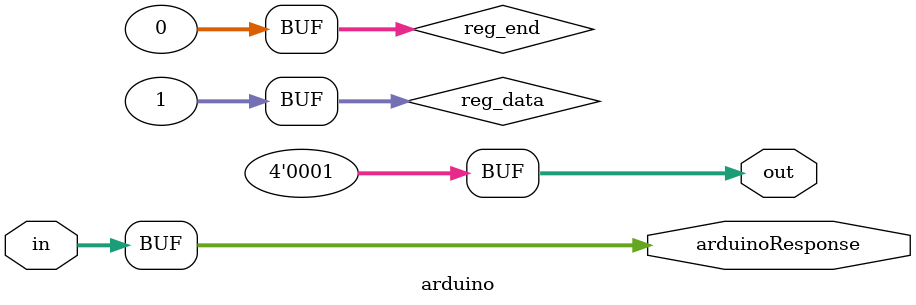
<source format=v>
module arduino(out,
					in,
					arduinoResponse);
									 

	wire [31:0] reg_end;
	wire [31:0] reg_data;
	output [3:0] out;
	
	input [1:0] in;
	output [1:0] arduinoResponse;
	
	assign reg_end = 32'd0;
	assign reg_data = 32'd1;
	
	assign out = {reg_end[1:0], reg_data[1:0]};
	assign arduinoResponse = in;
	//assign (in != 2'd0) ? out = {2'd0, in} : out = {4'd0};
	
endmodule

</source>
